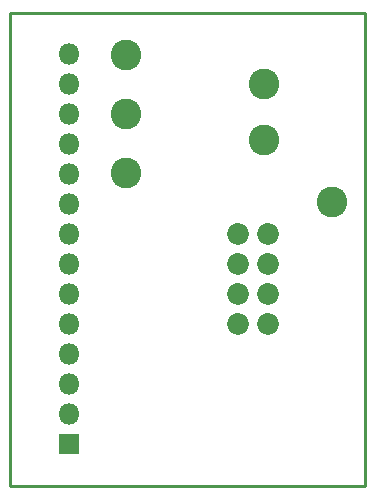
<source format=gbr>
%TF.GenerationSoftware,KiCad,Pcbnew,(5.1.6)-1*%
%TF.CreationDate,2021-10-20T11:15:13+02:00*%
%TF.ProjectId,Display_Backplate_v1,44697370-6c61-4795-9f42-61636b706c61,rev?*%
%TF.SameCoordinates,PX91e9840PY754d4c0*%
%TF.FileFunction,Soldermask,Top*%
%TF.FilePolarity,Negative*%
%FSLAX46Y46*%
G04 Gerber Fmt 4.6, Leading zero omitted, Abs format (unit mm)*
G04 Created by KiCad (PCBNEW (5.1.6)-1) date 2021-10-20 11:15:13*
%MOMM*%
%LPD*%
G01*
G04 APERTURE LIST*
%TA.AperFunction,Profile*%
%ADD10C,0.250000*%
%TD*%
%ADD11C,1.850000*%
%ADD12C,2.600000*%
%ADD13O,1.800000X1.800000*%
%ADD14R,1.800000X1.800000*%
G04 APERTURE END LIST*
D10*
X30000000Y0D02*
X30000000Y40000000D01*
X30000000Y0D02*
X0Y0D01*
X0Y40000000D02*
X30000000Y40000000D01*
X0Y0D02*
X0Y40000000D01*
D11*
%TO.C,J2*%
X19230000Y21310000D03*
X19230000Y18770000D03*
X19230000Y16230000D03*
X19230000Y13690000D03*
X21770000Y13690000D03*
X21770000Y16230000D03*
X21770000Y18770000D03*
X21770000Y21310000D03*
%TD*%
D12*
%TO.C,TP6*%
X9750000Y36500000D03*
%TD*%
%TO.C,TP5*%
X21500000Y34000000D03*
%TD*%
%TO.C,TP4*%
X9750000Y31500000D03*
%TD*%
%TO.C,TP3*%
X21500000Y29250000D03*
%TD*%
%TO.C,TP2*%
X9750000Y26500000D03*
%TD*%
%TO.C,TP1*%
X27250000Y24000000D03*
%TD*%
D13*
%TO.C,J1*%
X5000000Y36520000D03*
X5000000Y33980000D03*
X5000000Y31440000D03*
X5000000Y28900000D03*
X5000000Y26360000D03*
X5000000Y23820000D03*
X5000000Y21280000D03*
X5000000Y18740000D03*
X5000000Y16200000D03*
X5000000Y13660000D03*
X5000000Y11120000D03*
X5000000Y8580000D03*
X5000000Y6040000D03*
D14*
X5000000Y3500000D03*
%TD*%
M02*

</source>
